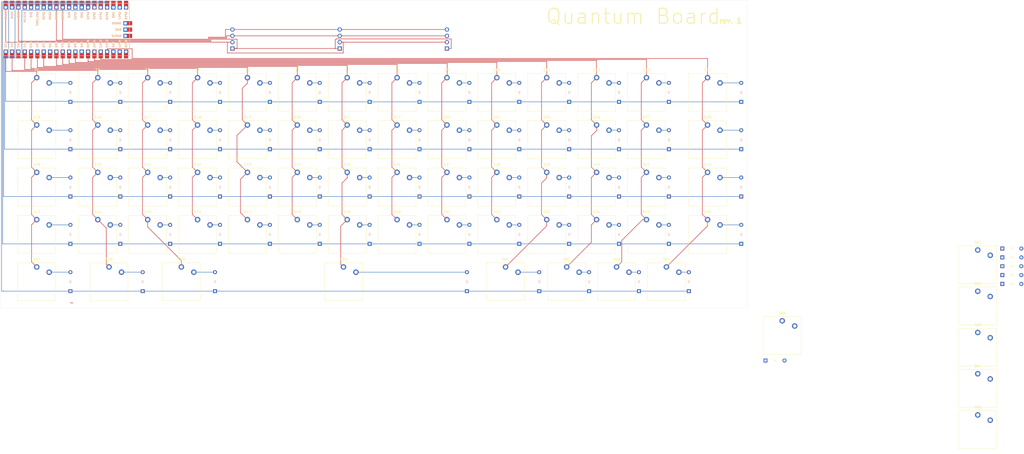
<source format=kicad_pcb>
(kicad_pcb (version 20240108) (generator "pcbnew") (generator_version "8.0")
  (layers (0 "F.Cu" signal) (31 "B.Cu" signal) (34 "B.Paste" user) (35 "F.Paste" user) (36 "B.SilkS" user "B.Silkscreen") (37 "F.SilkS" user "F.Silkscreen") (38 "B.Mask" user) (39 "F.Mask" user) (44 "Edge.Cuts" user))
  (net 0 "")
  (net 1 "Net-(D1-A)")
  (net 2 "R0")
  (net 3 "Net-(D2-A)")
  (net 4 "Net-(D3-A)")
  (net 5 "Net-(D4-A)")
  (net 6 "Net-(D5-A)")
  (net 7 "Net-(D6-A)")
  (net 8 "Net-(D7-A)")
  (net 9 "Net-(D8-A)")
  (net 10 "Net-(D9-A)")
  (net 11 "Net-(D10-A)")
  (net 12 "Net-(D11-A)")
  (net 13 "Net-(D12-A)")
  (net 14 "Net-(D13-A)")
  (net 15 "Net-(D14-A)")
  (net 16 "Net-(D15-A)")
  (net 17 "R1")
  (net 18 "Net-(D16-A)")
  (net 19 "Net-(D17-A)")
  (net 20 "Net-(D18-A)")
  (net 21 "Net-(D19-A)")
  (net 22 "Net-(D20-A)")
  (net 23 "Net-(D21-A)")
  (net 24 "Net-(D22-A)")
  (net 25 "Net-(D23-A)")
  (net 26 "Net-(D24-A)")
  (net 27 "Net-(D25-A)")
  (net 28 "Net-(D26-A)")
  (net 29 "Net-(D27-A)")
  (net 30 "Net-(D28-A)")
  (net 31 "R2")
  (net 32 "Net-(D29-A)")
  (net 33 "Net-(D30-A)")
  (net 34 "Net-(D31-A)")
  (net 35 "Net-(D32-A)")
  (net 36 "Net-(D33-A)")
  (net 37 "Net-(D34-A)")
  (net 38 "Net-(D35-A)")
  (net 39 "Net-(D36-A)")
  (net 40 "Net-(D37-A)")
  (net 41 "Net-(D38-A)")
  (net 42 "Net-(D39-A)")
  (net 43 "Net-(D40-A)")
  (net 44 "Net-(D41-A)")
  (net 45 "Net-(D42-A)")
  (net 46 "R3")
  (net 47 "Net-(D43-A)")
  (net 48 "Net-(D44-A)")
  (net 49 "Net-(D45-A)")
  (net 50 "Net-(D46-A)")
  (net 51 "Net-(D47-A)")
  (net 52 "Net-(D48-A)")
  (net 53 "Net-(D49-A)")
  (net 54 "Net-(D50-A)")
  (net 55 "Net-(D51-A)")
  (net 56 "Net-(D52-A)")
  (net 57 "Net-(D53-A)")
  (net 58 "Net-(D54-A)")
  (net 59 "Net-(D55-A)")
  (net 60 "Net-(D56-A)")
  (net 61 "Net-(D57-A)")
  (net 62 "R4")
  (net 63 "Net-(D58-A)")
  (net 64 "Net-(D59-A)")
  (net 65 "Net-(D63-A)")
  (net 66 "Net-(D67-A)")
  (net 67 "Net-(D68-A)")
  (net 68 "Net-(D69-A)")
  (net 69 "Net-(D70-A)")
  (net 70 "SCL")
  (net 71 "SDA")
  (net 72 "GND")
  (net 73 "+5V")
  (net 74 "C0")
  (net 75 "C1")
  (net 76 "C2")
  (net 77 "C3")
  (net 78 "C4")
  (net 79 "C5")
  (net 80 "C6")
  (net 81 "C7")
  (net 82 "C8")
  (net 83 "C9")
  (net 84 "C10")
  (net 85 "C11")
  (net 86 "C12")
  (net 87 "C14")
  (net 108 "Net-(D60-A)")
  (net 109 "Net-(D61-A)")
  (net 110 "Net-(D62-A)")
  (net 111 "Net-(D64-A)")
  (net 112 "Net-(D65-A)")
  (footprint "ScottoKeebs_Choc:Choc_V1_1.00u" (layer "F.Cu") (at 269.3 99.35)
    (property "Reference" "S11")
    (property "Value" "Keyswitch")
  )
  (footprint "ScottoKeebs_Choc:Choc_V1_1.50u" (layer "F.Cu") (at 64.8 99.35)
    (property "Reference" "S1")
    (property "Value" "Keyswitch")
  )
  (footprint "ScottoKeebs_Choc:Choc_V1_1.00u" (layer "F.Cu") (at 149.3 118.35)
    (property "Reference" "S19")
    (property "Value" "Keyswitch")
  )
  (footprint "ScottoKeebs_Choc:Choc_V1_1.50u" (layer "F.Cu") (at 442.15 185.1)
    (property "Reference" "S62")
    (property "Value" "Keyswitch")
  )
  (footprint "ScottoKeebs_Choc:Choc_V1_1.00u" (layer "F.Cu") (at 149.3 137.35)
    (property "Reference" "S33")
    (property "Value" "Keyswitch")
  )
  (footprint "ScottoKeebs_Components:Diode_DO-35" (layer "F.Cu") (at 452 165.6)
    (property "Reference" "D61" (hide yes))
    (property "Value" "Diode" (hide yes))
  )
  (footprint "ScottoKeebs_Choc:Choc_V1_1.00u" (layer "F.Cu") (at 89.3 137.35)
    (property "Reference" "S30")
    (property "Value" "Keyswitch")
  )
  (footprint "ScottoKeebs_Choc:Choc_V1_1.00u" (layer "F.Cu") (at 269.3 118.35)
    (property "Reference" "S25")
    (property "Value" "Keyswitch")
  )
  (footprint "ScottoKeebs_Components:OLED_128x32" (layer "F.Cu") (at 227.7 71.95)
    (property "Reference" "J3" (hide yes))
    (property "Value" "OLED_128x32")
  )
  (footprint "ScottoKeebs_Choc:Choc_V1_1.00u" (layer "F.Cu") (at 189.3 99.35)
    (property "Reference" "S7")
    (property "Value" "Keyswitch")
  )
  (footprint "ScottoKeebs_Choc:Choc_V1_1.00u" (layer "F.Cu") (at 109.3 137.35)
    (property "Reference" "S31")
    (property "Value" "Keyswitch")
  )
  (footprint "ScottoKeebs_Choc:Choc_V1_1.00u" (layer "F.Cu") (at 149.3 156.35)
    (property "Reference" "S47")
    (property "Value" "Keyswitch")
  )
  (footprint "ScottoKeebs_Choc:Choc_V1_1.00u" (layer "F.Cu") (at 209.3 137.35)
    (property "Reference" "S36")
    (property "Value" "Keyswitch")
  )
  (footprint "ScottoKeebs_Choc:Choc_V1_1.00u" (layer "F.Cu") (at 289.3 137.35)
    (property "Reference" "S40")
    (property "Value" "Keyswitch")
  )
  (footprint "ScottoKeebs_Choc:Choc_V1_1.00u" (layer "F.Cu") (at 129.3 156.35)
    (property "Reference" "S46")
    (property "Value" "Keyswitch")
  )
  (footprint "ScottoKeebs_Components:OLED_128x32" (layer "F.Cu") (at 184.7 71.95)
    (property "Reference" "J1" (hide yes))
    (property "Value" "OLED_128x32")
  )
  (footprint "ScottoKeebs_Choc:Choc_V1_1.50u" (layer "F.Cu") (at 64.8 137.35)
    (property "Reference" "S29")
    (property "Value" "Keyswitch")
  )
  (footprint "ScottoKeebs_Choc:Choc_V1_1.00u" (layer "F.Cu") (at 442.15 201.65)
    (property "Reference" "S63")
    (property "Value" "Keyswitch")
  )
  (footprint "ScottoKeebs_Choc:Choc_V1_1.50u" (layer "F.Cu") (at 64.8 175.35)
    (property "Reference" "S57")
    (property "Value" "Keyswitch")
  )
  (footprint "ScottoKeebs_Choc:Choc_V1_1.00u" (layer "F.Cu") (at 109.3 156.35)
    (property "Reference" "S45")
    (property "Value" "Keyswitch")
  )
  (footprint "ScottoKeebs_MCU:Raspberry_Pi_Pico" (layer "F.Cu") (at 76.505 74.15 90)
    (property "Reference" "U1" (hide yes))
    (property "Value" "Raspberry_Pi_Pico" (hide yes))
  )
  (footprint "ScottoKeebs_Components:Diode_DO-35" (layer "F.Cu") (at 357.03 207)
    (property "Reference" "D60" (hide yes))
    (property "Value" "Diode" (hide yes))
  )
  (footprint "ScottoKeebs_Choc:Choc_V1_1.00u" (layer "F.Cu") (at 229.3 156.35)
    (property "Reference" "S51")
    (property "Value" "Keyswitch")
  )
  (footprint "ScottoKeebs_Choc:Choc_V1_1.00u" (layer "F.Cu") (at 249.3 99.35)
    (property "Reference" "S10")
    (property "Value" "Keyswitch")
  )
  (footprint "ScottoKeebs_Choc:Choc_V1_1.00u" (layer "F.Cu") (at 442.15 218.2)
    (property "Reference" "S64")
    (property "Value" "Keyswitch")
  )
  (footprint "ScottoKeebs_Choc:Choc_V1_1.00u" (layer "F.Cu") (at 229.3 137.35)
    (property "Reference" "S37")
    (property "Value" "Keyswitch")
  )
  (footprint "ScottoKeebs_Choc:Choc_V1_1.00u" (layer "F.Cu") (at 129.3 137.35)
    (property "Reference" "S32")
    (property "Value" "Keyswitch")
  )
  (footprint "ScottoKeebs_Choc:Choc_V1_1.00u" (layer "F.Cu") (at 249.3 156.35)
    (property "Reference" "S52")
    (property "Value" "Keyswitch")
  )
  (footprint "ScottoKeebs_Choc:Choc_V1_1.50u" (layer "F.Cu") (at 93.8 175.35)
    (property "Reference" "S58")
    (property "Value" "Keyswitch")
  )
  (footprint "ScottoKeebs_Choc:Choc_V1_1.00u" (layer "F.Cu") (at 209.3 99.35)
    (property "Reference" "S8")
    (property "Value" "Keyswitch")
  )
  (footprint "ScottoKeebs_Choc:Choc_V1_1.00u" (layer "F.Cu") (at 309.3 156.35)
    (property "Reference" "S55")
    (property "Value" "Keyswitch")
  )
  (footprint "ScottoKeebs_Choc:Choc_V1_1.00u" (layer "F.Cu") (at 109.3 99.35)
    (property "Reference" "S3")
    (property "Value" "Keyswitch")
  )
  (footprint "ScottoKeebs_Components:Diode_DO-35" (layer "F.Cu") (at 452 169.15)
    (property "Reference" "D62" (hide yes))
    (property "Value" "Diode" (hide yes))
  )
  (footprint "ScottoKeebs_Choc:Choc_V1_1.00u" (layer "F.Cu") (at 442.15 168.55)
    (property "Reference" "S61")
    (property "Value" "Keyswitch")
  )
  (footprint "ScottoKeebs_Choc:Choc_V1_5.50u" (layer "F.Cu") (at 187.8 175.35)
    (property "Reference" "S60")
    (property "Value" "Keyswitch")
  )
  (footprint "ScottoKeebs_Components:OLED_128x32" (layer "F.Cu") (at 141.7 71.95)
    (property "Reference" "J2" (hide yes))
    (property "Value" "OLED_128x32")
  )
  (footprint "ScottoKeebs_Choc:Choc_V1_1.00u" (layer "F.Cu") (at 317.3 175.35)
    (property "Reference" "S64")
    (property "Value" "Keyswitch")
  )
  (footprint "ScottoKeebs_Choc:Choc_V1_1.00u" (layer "F.Cu") (at 209.3 118.35)
    (property "Reference" "S22")
    (property "Value" "Keyswitch")
  )
  (footprint "ScottoKeebs_Choc:Choc_V1_1.00u" (layer "F.Cu") (at 129.3 118.35)
    (property "Reference" "S18")
    (property "Value" "Keyswitch")
  )
  (footprint "ScottoKeebs_Choc:Choc_V1_1.00u" (layer "F.Cu") (at 89.3 118.35)
    (property "Reference" "S16")
    (property "Value" "Keyswitch")
  )
  (footprint "ScottoKeebs_Choc:Choc_V1_1.00u" (layer "F.Cu") (at 169.3 118.35)
    (property "Reference" "S20")
    (property "Value" "Keyswitch")
  )
  (footprint "ScottoKeebs_Choc:Choc_V1_1.00u" (layer "F.Cu") (at 289.3 156.35)
    (property "Reference" "S54")
    (property "Value" "Keyswitch")
  )
  (footprint "ScottoKeebs_Choc:Choc_V1_1.50u" (layer "F.Cu") (at 333.8 118.35)
    (property "Reference" "S28")
    (property "Value" "Keyswitch")
  )
  (footprint "ScottoKeebs_Choc:Choc_V1_1.00u" (layer "F.Cu") (at 269.3 137.35)
    (property "Reference" "S39")
    (property "Value" "Keyswitch")
  )
  (footprint "ScottoKeebs_Choc:Choc_V1_1.00u" (layer "F.Cu") (at 297.3 175.35)
    (property "Reference" "S63")
    (property "Value" "Keyswitch")
  )
  (footprint "ScottoKeebs_Components:Diode_DO-35" (layer "F.Cu") (at 452 172.7)
    (property "Reference" "D64" (hide yes))
    (property "Value" "Diode" (hide yes))
  )
  (footprint "ScottoKeebs_Choc:Choc_V1_1.00u" (layer "F.Cu") (at 277.3 175.35)
    (property "Reference" "S62")
    (property "Value" "Keyswitch")
  )
  (footprint "ScottoKeebs_Choc:Choc_V1_1.00u" (layer "F.Cu") (at 309.3 137.35)
    (property "Reference" "S41")
    (property "Value" "Keyswitch")
  )
  (footprint "ScottoKeebs_Choc:Choc_V1_1.00u" (layer "F.Cu") (at 89.3 156.35)
    (property "Reference" "S44")
    (property "Value" "Keyswitch")
  )
  (footprint "ScottoKeebs_Choc:Choc_V1_1.00u" (layer "F.Cu") (at 209.3 156.35)
    (property "Reference" "S50")
    (property "Value" "Keyswitch")
  )
  (footprint "ScottoKeebs_Choc:Choc_V1_1.50u" (layer "F.Cu") (at 333.8 99.35)
    (property "Reference" "S14")
    (property "Value" "Keyswitch")
  )
  (footprint "ScottoKeebs_Choc:Choc_V1_1.00u" (layer "F.Cu") (at 169.3 99.35)
    (property "Reference" "S6")
    (property "Value" "Keyswitch")
  )
  (footprint "ScottoKeebs_Choc:Choc_V1_1.00u" (layer "F.Cu") (at 249.3 118.35)
    (property "Reference" "S24")
    (property "Value" "Keyswitch")
  )
  (footprint "ScottoKeebs_Choc:Choc_V1_1.00u" (layer "F.Cu") (at 169.3 156.35)
    (property "Reference" "S48")
    (property "Value" "Keyswitch")
  )
  (footprint "ScottoKeebs_Choc:Choc_V1_1.00u" (layer "F.Cu") (at 189.3 137.35)
    (property "Reference" "S35")
    (property "Value" "Keyswitch")
  )
  (footprint "ScottoKeebs_Choc:Choc_V1_1.00u" (layer "F.Cu") (at 149.3 99.35)
    (property "Reference" "S5")
    (property "Value" "Keyswitch")
  )
  (footprint "ScottoKeebs_Choc:Choc_V1_1.00u" (layer "F.Cu") (at 289.3 99.35)
    (property "Reference" "S12")
    (property "Value" "Keyswitch")
  )
  (footprint "ScottoKeebs_Choc:Choc_V1_1.00u" (layer "F.Cu") (at 229.3 118.35)
    (property "Reference" "S23")
    (property "Value" "Keyswitch")
  )
  (footprint "ScottoKeebs_Choc:Choc_V1_1.00u" (layer "F.Cu") (at 442.15 234.75)
    (property "Reference" "S65")
    (property "Value" "Keyswitch")
  )
  (footprint "ScottoKeebs_Choc:Choc_V1_1.50u" (layer "F.Cu") (at 64.8 156.35)
    (property "Reference" "S43")
    (property "Value" "Keyswitch")
  )
  (footprint "ScottoKeebs_Choc:Choc_V1_1.50u" (layer "F.Cu") (at 333.8 137.35)
    (property "Reference" "S42")
    (property "Value" "Keyswitch")
  )
  (footprint "ScottoKeebs_Choc:Choc_V1_1.00u" (layer "F.Cu") (at 309.3 118.35)
    (property "Reference" "S27")
    (property "Value" "Keyswitch")
  )
  (footprint "ScottoKeebs_Choc:Choc_V1_1.50u" (layer "F.Cu") (at 252.8 175.35)
    (property "Reference" "S61")
    (property "Value" "Keyswitch")
  )
  (footprint "ScottoKeebs_Choc:Choc_V1_1.50u" (layer "F.Cu") (at 333.8 156.35)
    (property "Reference" "S56")
    (property "Value" "Keyswitch")
  )
  (footprint "ScottoKeebs_Choc:Choc_V1_1.50u" (layer "F.Cu") (at 363.73 196.95)
    (property "Reference" "S65")
    (property "Value" "Keyswitch")
  )
  (footprint "ScottoKeebs_Components:Diode_DO-35" (layer "F.Cu") (at 452 162.05)
    (property "Reference" "D60" (hide yes))
    (property "Value" "Diode" (hide yes))
  )
  (footprint "ScottoKeebs_Choc:Choc_V1_1.00u" (layer "F.Cu") (at 169.3 137.35)
    (property "Reference" "S34")
    (property "Value" "Keyswitch")
  )
  (footprint "ScottoKeebs_Choc:Choc_V1_1.00u" (layer "F.Cu") (at 309.3 99.35)
    (property "Reference" "S13")
    (property "Value" "Keyswitch")
  )
  (footprint "ScottoKeebs_Choc:Choc_V1_1.00u" (layer "F.Cu") (at 89.3 99.35)
    (property "Reference" "S2")
    (property "Value" "Keyswitch")
  )
  (footprint "ScottoKeebs_Choc:Choc_V1_1.00u" (layer "F.Cu") (at 189.3 118.35)
    (property "Reference" "S21")
    (property "Value" "Keyswitch")
  )
  (footprint "ScottoKeebs_Choc:Choc_V1_1.00u" (layer "F.Cu") (at 289.3 118.35)
    (property "Reference" "S26")
    (property "Value" "Keyswitch")
  )
  (footprint "ScottoKeebs_Choc:Choc_V1_1.00u" (layer "F.Cu") (at 229.3 99.35)
    (property "Reference" "S9")
    (property "Value" "Keyswitch")
  )
  (footprint "ScottoKeebs_Choc:Choc_V1_1.00u" (layer "F.Cu") (at 269.3 156.35)
    (property "Reference" "S53")
    (property "Value" "Keyswitch")
  )
  (footprint "ScottoKeebs_Components:Diode_DO-35" (layer "F.Cu") (at 452 176.25)
    (property "Reference" "D65" (hide yes))
    (property "Value" "Diode" (hide yes))
  )
  (footprint "ScottoKeebs_Choc:Choc_V1_1.00u" (layer "F.Cu") (at 249.3 137.35)
    (property "Reference" "S38")
    (property "Value" "Keyswitch")
  )
  (footprint "ScottoKeebs_Choc:Choc_V1_1.50u" (layer "F.Cu") (at 122.8 175.35)
    (property "Reference" "S59")
    (property "Value" "Keyswitch")
  )
  (footprint "ScottoKeebs_Choc:Choc_V1_1.00u" (layer "F.Cu") (at 109.3 118.35)
    (property "Reference" "S17")
    (property "Value" "Keyswitch")
  )
  (footprint "ScottoKeebs_Choc:Choc_V1_1.00u" (layer "F.Cu") (at 189.3 156.35)
    (property "Reference" "S49")
    (property "Value" "Keyswitch")
  )
  (footprint "ScottoKeebs_Choc:Choc_V1_1.50u" (layer "F.Cu") (at 64.8 118.35)
    (property "Reference" "S15")
    (property "Value" "Keyswitch")
  )
  (footprint "ScottoKeebs_Choc:Choc_V1_1.00u" (layer "F.Cu") (at 129.3 99.35)
    (property "Reference" "S4")
    (property "Value" "Keyswitch")
  )
  (footprint "ScottoKeebs_Components:Diode_DO-35" (layer "B.Cu") (at 278.3 122.16 90)
    (property "Reference" "D25" (hide yes))
    (property "Value" "Diode" (hide yes))
  )
  (footprint "ScottoKeebs_Components:Diode_DO-35" (layer "B.Cu") (at 278.3 160.16 90)
    (property "Reference" "D53" (hide yes))
    (property "Value" "Diode" (hide yes))
  )
  (footprint "ScottoKeebs_Components:Diode_DO-35" (layer "B.Cu") (at 258.3 122.16 90)
    (property "Reference" "D24" (hide yes))
    (property "Value" "Diode" (hide yes))
  )
  (footprint "ScottoKeebs_Components:Diode_DO-35" (layer "B.Cu") (at 198.3 160.16 90)
    (property "Reference" "D49" (hide yes))
    (property "Value" "Diode" (hide yes))
  )
  (footprint "ScottoKeebs_Components:Diode_DO-35" (layer "B.Cu") (at 178.3 122.16 90)
    (property "Reference" "D20" (hide yes))
    (property "Value" "Diode" (hide yes))
  )
  (footprint "ScottoKeebs_Components:Diode_DO-35" (layer "B.Cu") (at 98.3 103.16 90)
    (property "Reference" "D2" (hide yes))
    (property "Value" "Diode" (hide yes))
  )
  (footprint "ScottoKeebs_Components:Diode_DO-35" (layer "B.Cu") (at 306.3 179.16 90)
    (property "Reference" "D69" (hide yes))
    (property "Value" "Diode" (hide yes))
  )
  (footprint "ScottoKeebs_Components:Diode_DO-35" (layer "B.Cu") (at 286.3 179.16 90)
    (property "Reference" "D68" (hide yes))
    (property "Value" "Diode" (hide yes))
  )
  (footprint "ScottoKeebs_Components:Diode_DO-35" (layer "B.Cu") (at 258.3 160.16 90)
    (property "Reference" "D52" (hide yes))
    (property "Value" "Diode" (hide yes))
  )
  (footprint "ScottoKeebs_Components:Diode_DO-35" (layer "B.Cu") (at 118.3 160.16 90)
    (property "Reference" "D45" (hide yes))
    (property "Value" "Diode" (hide yes))
  )
  (footprint "ScottoKeebs_Components:Diode_DO-35" (layer "B.Cu") (at 298.3 103.16 90)
    (property "Reference" "D12" (hide yes))
    (property "Value" "Diode" (hide yes))
  )
  (footprint "ScottoKeebs_Components:Diode_DO-35" (layer "B.Cu") (at 198.3 141.16 90)
    (property "Reference" "D35" (hide yes))
    (property "Value" "Diode" (hide yes))
  )
  (footprint "ScottoKeebs_Components:Diode_DO-35" (layer "B.Cu") (at 158.3 103.16 90)
    (property "Reference" "D5" (hide yes))
    (property "Value" "Diode" (hide yes))
  )
  (footprint "ScottoKeebs_Components:Diode_DO-35" (layer "B.Cu") (at 118.3 141.16 90)
    (property "Reference" "D31" (hide yes))
    (property "Value" "Diode" (hide yes))
  )
  (footprint "ScottoKeebs_Components:Diode_DO-35" (layer "B.Cu") (at 98.3 160.16 90)
    (property "Reference" "D44" (hide yes))
    (property "Value" "Diode" (hide yes))
  )
  (footprint "ScottoKeebs_Components:Diode_DO-35" (layer "B.Cu") (at 78.3 122.16 90)
    (property "Reference" "D15" (hide yes))
    (property "Value" "Diode" (hide yes))
  )
  (footprint "ScottoKeebs_Components:Diode_DO-35" (layer "B.Cu") (at 298.3 122.16 90)
    (property "Reference" "D26" (hide yes))
    (property "Value" "Diode" (hide yes))
  )
  (footprint "ScottoKeebs_Components:Diode_DO-35" (layer "B.Cu") (at 118.3 122.16 90)
    (property "Reference" "D17" (hide yes))
    (property "Value" "Diode" (hide yes))
  )
  (footprint "ScottoKeebs_Components:Diode_DO-35" (layer "B.Cu") (at 78.3 141.16 90)
    (property "Reference" "D29" (hide yes))
    (property "Value" "Diode" (hide yes))
  )
  (footprint "ScottoKeebs_Components:Diode_DO-35" (layer "B.Cu") (at 107.3 179.16 90)
    (property "Reference" "D58" (hide yes))
    (property "Value" "Diode" (hide yes))
  )
  (footprint "ScottoKeebs_Components:Diode_DO-35" (layer "B.Cu") (at 178.3 103.16 90)
    (property "Reference" "D6" (hide yes))
    (property "Value" "Diode" (hide yes))
  )
  (footprint "ScottoKeebs_Components:Diode_DO-35" (layer "B.Cu") (at 266.3 179.16 90)
    (property "Reference" "D67" (hide yes))
    (property "Value" "Diode" (hide yes))
  )
  (footprint "ScottoKeebs_Components:Diode_DO-35" (layer "B.Cu") (at 238.3 122.16 90)
    (property "Reference" "D23" (hide yes))
    (property "Value" "Diode" (hide yes))
  )
  (footprint "ScottoKeebs_Components:Diode_DO-35" (layer "B.Cu") (at 318.3 103.16 90)
    (property "Reference" "D13" (hide yes))
    (property "Value" "Diode" (hide yes))
  )
  (footprint "ScottoKeebs_Components:Diode_DO-35" (layer "B.Cu") (at 78.3 160.16 90)
    (property "Reference" "D43" (hide yes))
    (property "Value" "Diode" (hide yes))
  )
  (footprint "ScottoKeebs_Components:Diode_DO-35" (layer "B.Cu") (at 78.3 103.16 90)
    (property "Reference" "D1" (hide yes))
    (property "Value" "Diode" (hide yes))
  )
  (footprint "ScottoKeebs_Components:Diode_DO-35" (layer "B.Cu") (at 347.3 141.16 90)
    (property "Reference" "D42" (hide yes))
    (property "Value" "Diode" (hide yes))
  )
  (footprint "ScottoKeebs_Components:Diode_DO-35" (layer "B.Cu") (at 178.3 160.16 90)
    (property "Reference" "D48" (hide yes))
    (property "Value" "Diode" (hide yes))
  )
  (footprint "ScottoKeebs_Components:Diode_DO-35" (layer "B.Cu") (at 318.3 160.16 90)
    (property "Reference" "D55" (hide yes))
    (property "Value" "Diode" (hide yes))
  )
  (footprint "ScottoKeebs_Components:Diode_DO-35" (layer "B.Cu") (at 237.3 179.16 90)
    (property "Reference" "D63" (hide yes))
    (property "Value" "Diode" (hide yes))
  )
  (footprint "ScottoKeebs_Components:Diode_DO-35" (layer "B.Cu") (at 198.3 122.16 90)
    (property "Reference" "D21" (hide yes))
    (property "Value" "Diode" (hide yes))
  )
  (footprint "ScottoKeebs_Components:Diode_DO-35" (layer "B.Cu") (at 278.3 103.16 90)
    (property "Reference" "D11" (hide yes))
    (property "Value" "Diode" (hide yes))
  )
  (footprint "ScottoKeebs_Components:Diode_DO-35" (layer "B.Cu") (at 138.3 141.16 90)
    (property "Reference" "D32" (hide yes))
    (property "Value" "Diode" (hide yes))
  )
  (footprint "ScottoKeebs_Components:Diode_DO-35" (layer "B.Cu") (at 98.3 141.16 90)
    (property "Reference" "D30" (hide yes))
    (property "Value" "Diode" (hide yes))
  )
  (footprint "ScottoKeebs_Components:Diode_DO-35" (layer "B.Cu") (at 238.3 103.16 90)
    (property "Reference" "D9" (hide yes))
    (property "Value" "Diode" (hide yes))
  )
  (footprint "ScottoKeebs_Components:Diode_DO-35" (layer "B.Cu") (at 198.3 103.16 90)
    (property "Reference" "D7" (hide yes))
    (property "Value" "Diode" (hide yes))
  )
  (footprint "ScottoKeebs_Components:Diode_DO-35" (layer "B.Cu") (at 326.3 179.16 90)
    (property "Reference" "D70" (hide yes))
    (property "Value" "Diode" (hide yes))
  )
  (footprint "ScottoKeebs_Components:Diode_DO-35" (layer "B.Cu") (at 298.3 141.16 90)
    (property "Reference" "D40" (hide yes))
    (property "Value" "Diode" (hide yes))
  )
  (footprint "ScottoKeebs_Components:Diode_DO-35" (layer "B.Cu") (at 347.3 103.16 90)
    (property "Reference" "D14" (hide yes))
    (property "Value" "Diode" (hide yes))
  )
  (footprint "ScottoKeebs_Components:Diode_DO-35" (layer "B.Cu") (at 138.3 122.16 90)
    (property "Reference" "D18" (hide yes))
    (property "Value" "Diode" (hide yes))
  )
  (footprint "ScottoKeebs_Components:Diode_DO-35" (layer "B.Cu") (at 136.3 179.16 90)
    (property "Reference" "D59" (hide yes))
    (property "Value" "Diode" (hide yes))
  )
  (footprint "ScottoKeebs_Components:Diode_DO-35" (layer "B.Cu") (at 98.3 122.16 90)
    (property "Reference" "D16" (hide yes))
    (property "Value" "Diode" (hide yes))
  )
  (footprint "ScottoKeebs_Components:Diode_DO-35" (layer "B.Cu") (at 238.3 141.16 90)
    (property "Reference" "D37" (hide yes))
    (property "Value" "Diode" (hide yes))
  )
  (footprint "ScottoKeebs_Components:Diode_DO-35" (layer "B.Cu") (at 178.3 141.16 90)
    (property "Reference" "D34" (hide yes))
    (property "Value" "Diode" (hide yes))
  )
  (footprint "ScottoKeebs_Components:Diode_DO-35" (layer "B.Cu") (at 138.3 160.16 90)
    (property "Reference" "D46" (hide yes))
    (property "Value" "Diode" (hide yes))
  )
  (footprint "ScottoKeebs_Components:Diode_DO-35" (layer "B.Cu") (at 218.3 160.16 90)
    (property "Reference" "D50" (hide yes))
    (property "Value" "Diode" (hide yes))
  )
  (footprint "ScottoKeebs_Components:Diode_DO-35" (layer "B.Cu") (at 158.3 122.16 90)
    (property "Reference" "D19" (hide yes))
    (property "Value" "Diode" (hide yes))
  )
  (footprint "ScottoKeebs_Components:Diode_DO-35" (layer "B.Cu") (at 318.3 122.16 90)
    (property "Reference" "D27" (hide yes))
    (property "Value" "Diode" (hide yes))
  )
  (footprint "ScottoKeebs_Components:Diode_DO-35" (layer "B.Cu") (at 347.3 160.16 90)
    (property "Reference" "D56" (hide yes))
    (property "Value" "Diode" (hide yes))
  )
  (footprint "ScottoKeebs_Components:Diode_DO-35" (layer "B.Cu") (at 218.3 122.16 90)
    (property "Reference" "D22" (hide yes))
    (property "Value" "Diode" (hide yes))
  )
  (footprint "ScottoKeebs_Components:Diode_DO-35" (layer "B.Cu") (at 158.3 160.16 90)
    (property "Reference" "D47" (hide yes))
    (property "Value" "Diode" (hide yes))
  )
  (footprint "ScottoKeebs_Components:Diode_DO-35" (layer "B.Cu") (at 278.3 141.16 90)
    (property "Reference" "D39" (hide yes))
    (property "Value" "Diode" (hide yes))
  )
  (footprint "ScottoKeebs_Components:Diode_DO-35" (layer "B.Cu") (at 258.3 141.16 90)
    (property "Reference" "D38" (hide yes))
    (property "Value" "Diode" (hide yes))
  )
  (footprint "ScottoKeebs_Components:Diode_DO-35" (layer "B.Cu") (at 347.3 122.16 90)
    (property "Reference" "D28" (hide yes))
    (property "Value" "Diode" (hide yes))
  )
  (footprint "ScottoKeebs_Components:Diode_DO-35" (layer "B.Cu") (at 218.3 103.16 90)
    (property "Reference" "D8" (hide yes))
    (property "Value" "Diode" (hide yes))
  )
  (footprint "ScottoKeebs_Components:Diode_DO-35" (layer "B.Cu") (at 138.3 103.16 90)
    (property "Reference" "D4" (hide yes))
    (property "Value" "Diode" (hide yes))
  )
  (footprint "ScottoKeebs_Components:Diode_DO-35" (layer "B.Cu") (at 238.3 160.16 90)
    (property "Reference" "D51" (hide yes))
    (property "Value" "Diode" (hide yes))
  )
  (footprint "ScottoKeebs_Components:Diode_DO-35" (layer "B.Cu") (at 158.3 141.16 90)
    (property "Reference" "D33" (hide yes))
    (property "Value" "Diode" (hide yes))
  )
  (footprint "ScottoKeebs_Components:Diode_DO-35" (layer "B.Cu") (at 318.3 141.16 90)
    (property "Reference" "D41" (hide yes))
    (property "Value" "Diode" (hide yes))
  )
  (footprint "ScottoKeebs_Components:Diode_DO-35" (layer "B.Cu") (at 218.3 141.16 90)
    (property "Reference" "D36" (hide yes))
    (property "Value" "Diode" (hide yes))
  )
  (footprint "ScottoKeebs_Components:Diode_DO-35" (layer "B.Cu") (at 118.3 103.16 90)
    (property "Reference" "D3" (hide yes))
    (property "Value" "Diode" (hide yes))
  )
  (footprint "ScottoKeebs_Components:Diode_DO-35" (layer "B.Cu") (at 298.3 160.16 90)
    (property "Reference" "D54" (hide yes))
    (property "Value" "Diode" (hide yes))
  )
  (footprint "ScottoKeebs_Components:Diode_DO-35" (layer "B.Cu") (at 78.3 179.16 90)
    (property "Reference" "D57" (hide yes))
    (property "Value" "Diode" (hide yes))
  )
  (footprint "ScottoKeebs_Components:Diode_DO-35" (layer "B.Cu") (at 258.3 103.16 90)
    (property "Reference" "D10" (hide yes))
    (property "Value" "Diode" (hide yes))
  )
  (gr_line (start 78.3 183.85) (end 79.3 183.85) (stroke (width 0.2)) (layer "F.Cu"))
  (gr_rect (start 50.1 62.3) (end 349.7 185.8) (stroke (width 0.05)) (fill none) (layer "Edge.Cuts"))
  (gr_text "Quantum Board " (at 268.75 72.35 0) (layer "F.SilkS") (effects (font (size 6 6) (thickness 0.4)) (justify left bottom)))
  (gr_text "rev. 1" (at 338.2 71.8 0) (layer "F.SilkS") (effects (font (size 2 2) (thickness 0.5) (bold yes)) (justify left bottom)))
  (segment (start 78.3 95.54) (end 69.81 95.54) (width 0.2) (layer "B.Cu") (net 1))
  (segment (start 69.81 95.54) (end 69.8 95.55) (width 0.2) (layer "B.Cu") (net 1))
  (segment (start 52.3 102.95) (end 78.09 102.95) (width 0.2) (layer "B.Cu") (net 2))
  (segment (start 85.395 66.345) (end 85.4 66.35) (width 0.2) (layer "B.Cu") (net 2))
  (segment (start 58.8 85.5) (end 52.3 85.5) (width 0.2) (layer "B.Cu") (net 2))
  (segment (start 58.845 83.95) (end 58.85 83.955) (width 0.2) (layer "B.Cu") (net 2))
  (segment (start 58.845 66.415) (end 58.845 83.95) (width 0.2) (layer "B.Cu") (net 2))
  (segment (start 52.3 85.5) (end 52.3 102.95) (width 0.2) (layer "B.Cu") (net 2))
  (segment (start 58.85 66.41) (end 58.845 66.415) (width 0.2) (layer "B.Cu") (net 2))
  (segment (start 58.85 83.955) (end 58.85 85.45) (width 0.2) (layer "B.Cu") (net 2))
  (segment (start 85.4 66.35) (end 85.34 66.41) (width 0.2) (layer "B.Cu") (net 2))
  (segment (start 347.3 103.16) (end 78.3 103.16) (width 0.2) (layer "B.Cu") (net 2))
  (segment (start 58.85 85.45) (end 58.8 85.5) (width 0.2) (layer "B.Cu") (net 2))
  (segment (start 85.395 65.26) (end 85.395 66.345) (width 0.2) (layer "B.Cu") (net 2))
  (segment (start 85.34 66.41) (end 58.85 66.41) (width 0.2) (layer "B.Cu") (net 2))
  (segment (start 78.09 102.95) (end 78.3 103.16) (width 0.2) (layer "B.Cu") (net 2))
  (segment (start 98.3 95.54) (end 94.31 95.54) (width 0.2) (layer "B.Cu") (net 3))
  (segment (start 94.31 95.54) (end 94.3 95.55) (width 0.2) (layer "B.Cu") (net 3))
  (segment (start 118.29 95.55) (end 118.3 95.54) (width 0.2) (layer "B.Cu") (net 4))
  (segment (start 114.3 95.55) (end 118.29 95.55) (width 0.2) (layer "B.Cu") (net 4))
  (segment (start 138.29 95.55) (end 138.3 95.54) (width 0.2) (layer "B.Cu") (net 5))
  (segment (start 134.3 95.55) (end 138.29 95.55) (width 0.2) (layer "B.Cu") (net 5))
  (segment (start 158.29 95.55) (end 158.3 95.54) (width 0.2) (layer "B.Cu") (net 6))
  (segment (start 154.3 95.55) (end 158.29 95.55) (width 0.2) (layer "B.Cu") (net 6))
  (segment (start 174.3 95.55) (end 178.29 95.55) (width 0.2) (layer "B.Cu") (net 7))
  (segment (start 178.29 95.55) (end 178.3 95.54) (width 0.2) (layer "B.Cu") (net 7))
  (segment (start 198.29 95.55) (end 198.3 95.54) (width 0.2) (layer "B.Cu") (net 8))
  (segment (start 194.3 95.55) (end 198.29 95.55) (width 0.2) (layer "B.Cu") (net 8))
  (segment (start 218.29 95.55) (end 218.3 95.54) (width 0.2) (layer "B.Cu") (net 9))
  (segment (start 214.3 95.55) (end 218.29 95.55) (width 0.2) (layer "B.Cu") (net 9))
  (segment (start 238.29 95.55) (end 238.3 95.54) (width 0.2) (layer "B.Cu") (net 10))
  (segment (start 234.3 95.55) (end 238.29 95.55) (width 0.2) (layer "B.Cu") (net 10))
  (segment (start 258.29 95.55) (end 258.3 95.54) (width 0.2) (layer "B.Cu") (net 11))
  (segment (start 254.3 95.55) (end 258.29 95.55) (width 0.2) (layer "B.Cu") (net 11))
  (segment (start 274.3 95.55) (end 278.29 95.55) (width 0.2) (layer "B.Cu") (net 12))
  (segment (start 278.29 95.55) (end 278.3 95.54) (width 0.2) (layer "B.Cu") (net 12))
  (segment (start 294.3 95.55) (end 298.29 95.55) (width 0.2) (layer "B.Cu") (net 13))
  (segment (start 298.29 95.55) (end 298.3 95.54) (width 0.2) (layer "B.Cu") (net 13))
  (segment (start 318.29 95.55) (end 318.3 95.54) (width 0.2) (layer "B.Cu") (net 14))
  (segment (start 314.3 95.55) (end 318.29 95.55) (width 0.2) (layer "B.Cu") (net 14))
  (segment (start 347.29 95.55) (end 347.3 95.54) (width 0.2) (layer "B.Cu") (net 15))
  (segment (start 338.8 95.55) (end 347.29 95.55) (width 0.2) (layer "B.Cu") (net 15))
  (segment (start 69.8 114.55) (end 78.29 114.55) (width 0.2) (layer "B.Cu") (net 16))
  (segment (start 78.29 114.55) (end 78.3 114.54) (width 0.2) (layer "B.Cu") (net 16))
  (segment (start 78.3 122.16) (end 51.91 122.16) (width 0.2) (layer "B.Cu") (net 17))
  (segment (start 87.95 64.1) (end 87.95 65.245) (width 0.2) (layer "B.Cu") (net 17))
  (segment (start 51.91 122.16) (end 51.9 122.15) (width 0.2) (layer "B.Cu") (net 17))
  (segment (start 87.95 65.245) (end 87.935 65.26) (width 0.2) (layer "B.Cu") (net 17))
  (segment (start 56.1 85.1) (end 56.1 64.1) (width 0.2) (layer "B.Cu") (net 17))
  (segment (start 78.3 122.16) (end 347.3 122.16) (width 0.2) (layer "B.Cu") (net 17))
  (segment (start 56.1 64.1) (end 87.95 64.1) (width 0.2) (layer "B.Cu") (net 17))
  (segment (start 51.9 85.1) (end 56.1 85.1) (width 0.2) (layer "B.Cu") (net 17))
  (segment (start 51.9 122.15) (end 51.9 85.1) (width 0.2) (layer "B.Cu") (net 17))
  (segment (start 98.29 114.55) (end 98.3 114.54) (width 0.2) (layer "B.Cu") (net 18))
  (segment (start 94.3 114.55) (end 98.29 114.55) (width 0.2) (layer "B.Cu") (net 18))
  (segment (start 118.29 114.55) (end 118.3 114.54) (width 0.2) (layer "B.Cu") (net 19))
  (segment (start 114.3 114.55) (end 118.29 114.55) (width 0.2) (layer "B.Cu") (net 19))
  (segment (start 134.3 114.55) (end 138.29 114.55) (width 0.2) (layer "B.Cu") (net 20))
  (segment (start 138.29 114.55) (end 138.3 114.54) (width 0.2) (layer "B.Cu") (net 20))
  (segment (start 158.29 114.55) (end 158.3 114.54) (width 0.2) (layer "B.Cu") (net 21))
  (segment (start 154.3 114.55) (end 158.29 114.55) (width 0.2) (layer "B.Cu") (net 21))
  (segment (start 178.96 114.54) (end 178.3 114.54) (width 0.2) (layer "B.Cu") (net 22))
  (segment (start 178.95 114.55) (end 178.96 114.54) (width 0.2) (layer "B.Cu") (net 22))
  (segment (start 174.3 114.55) (end 178.95 114.55) (width 0.2) (layer "B.Cu") (net 22))
  (segment (start 198.29 114.55) (end 198.3 114.54) (width 0.2) (layer "B.Cu") (net 23))
  (segment (start 194.3 114.55) (end 198.29 114.55) (width 0.2) (layer "B.Cu") (net 23))
  (segment (start 218.29 114.55) (end 218.3 114.54) (width 0.2) (layer "B.Cu") (net 24))
  (segment (start 214.3 114.55) (end 218.29 114.55) (width 0.2) (layer "B.Cu") (net 24))
  (segment (start 238.29 114.55) (end 238.3 114.54) (width 0.2) (layer "B.Cu") (net 25))
  (segment (start 234.3 114.55) (end 238.29 114.55) (width 0.2) (layer "B.Cu") (net 25))
  (segment (start 254.3 114.55) (end 258.29 114.55) (width 0.2) (layer "B.Cu") (net 26))
  (segment (start 258.29 114.55) (end 258.3 114.54) (width 0.2) (layer "B.Cu") (net 26))
  (segment (start 278.29 114.55) (end 278.3 114.54) (width 0.2) (layer "B.Cu") (net 27))
  (segment (start 274.3 114.55) (end 278.29 114.55) (width 0.2) (layer "B.Cu") (net 27))
  (segment (start 298.29 114.55) (end 298.3 114.54) (width 0.2) (layer "B.Cu") (net 28))
  (segment (start 294.3 114.55) (end 298.29 114.55) (width 0.2) (layer "B.Cu") (net 28))
  (segment (start 318.29 114.55) (end 318.3 114.54) (width 0.2) (layer "B.Cu") (net 29))
  (segment (start 314.3 114.55) (end 318.29 114.55) (width 0.2) (layer "B.Cu") (net 29))
  (segment (start 338.8 114.55) (end 347.29 114.55) (width 0.2) (layer "B.Cu") (net 30))
  (segment (start 347.29 114.55) (end 347.3 114.54) (width 0.2) (layer "B.Cu") (net 30))
  (segment (start 347.3 141.16) (end 78.3 141.16) (width 0.2) (layer "B.Cu") (net 31))
  (segment (start 53.55 84.7) (end 53.55 63.7) (width 0.2) (layer "B.Cu") (net 31))
  (segment (start 51.5 141.15) (end 51.5 84.7) (width 0.2) (layer "B.Cu") (net 31))
  (segment (start 90.45 65.235) (end 90.475 65.26) (width 0.2) (layer "B.Cu") (net 31))
  (segment (start 51.51 141.16) (end 51.5 141.15) (width 0.2) (layer "B.Cu") (net 31))
  (segment (start 53.55 63.7) (end 90.45 63.7) (width 0.2) (layer "B.Cu") (net 31))
  (segment (start 78.3 141.16) (end 51.51 141.16) (width 0.2) (layer "B.Cu") (net 31))
  (segment (start 90.45 63.7) (end 90.45 65.235) (width 0.2) (layer "B.Cu") (net 31))
  (segment (start 51.5 84.7) (end 53.55 84.7) (width 0.2) (layer "B.Cu") (net 31))
  (segment (start 69.8 133.55) (end 78.29 133.55) (width 0.2) (layer "B.Cu") (net 32))
  (segment (start 78.29 133.55) (end 78.3 133.54) (width 0.2) (layer "B.Cu") (net 32))
  (segment (start 98.29 133.55) (end 98.3 133.54) (width 0.2) (layer "B.Cu") (net 33))
  (segment (start 94.3 133.55) (end 98.29 133.55) (width 0.2) (layer "B.Cu") (net 33))
  (segment (start 114.3 133.55) (end 118.29 133.55) (width 0.2) (layer "B.Cu") (net 34))
  (segment (start 118.29 133.55) (end 118.3 133.54) (width 0.2) (layer "B.Cu") (net 34))
  (segment (start 138.29 133.55) (end 138.3 133.54) (width 0.2) (layer "B.Cu") (net 35))
  (segment (start 134.3 133.55) (end 138.29 133.55) (width 0.2) (layer "B.Cu") (net 35))
  (segment (start 158.29 133.55) (end 158.3 133.54) (width 0.2) (layer "B.Cu") (net 36))
  (segment (start 154.3 133.55) (end 158.29 133.55) (width 0.2) (layer "B.Cu") (net 36))
  (segment (start 174.3 133.55) (end 178.29 133.55) (width 0.2) (layer "B.Cu") (net 37))
  (segment (start 178.29 133.55) (end 178.3 133.54) (width 0.2) (layer "B.Cu") (net 37))
  (segment (start 198.29 133.55) (end 198.3 133.54) (width 0.2) (layer "B.Cu") (net 38))
  (segment (start 194.3 133.55) (end 198.29 133.55) (width 0.2) (layer "B.Cu") (net 38))
  (segment (start 214.3 133.55) (end 218.29 133.55) (width 0.2) (layer "B.Cu") (net 39))
  (segment (start 218.29 133.55) (end 218.3 133.54) (width 0.2) (layer "B.Cu") (net 39))
  (segment (start 238.29 133.55) (end 238.3 133.54) (width 0.2) (layer "B.Cu") (net 40))
  (segment (start 234.3 133.55) (end 238.29 133.55) (width 0.2) (layer "B.Cu") (net 40))
  (segment (start 258.29 133.55) (end 258.3 133.54) (width 0.2) (layer "B.Cu") (net 41))
  (segment (start 254.3 133.55) (end 258.29 133.55) (width 0.2) (layer "B.Cu") (net 41))
  (segment (start 278.29 133.55) (end 278.3 133.54) (width 0.2) (layer "B.Cu") (net 42))
  (segment (start 274.3 133.55) (end 278.29 133.55) (width 0.2) (layer "B.Cu") (net 42))
  (segment (start 298.29 133.55) (end 298.3 133.54) (width 0.2) (layer "B.Cu") (net 43))
  (segment (start 294.3 133.55) (end 298.29 133.55) (width 0.2) (layer "B.Cu") (net 43))
  (segment (start 314.3 133.55) (end 318.29 133.55) (width 0.2) (layer "B.Cu") (net 44))
  (segment (start 318.29 133.55) (end 318.3 133.54) (width 0.2) (layer "B.Cu") (net 44))
  (segment (start 338.8 133.55) (end 347.29 133.55) (width 0.2) (layer "B.Cu") (net 45))
  (segment (start 347.29 133.55) (end 347.3 133.54) (width 0.2) (layer "B.Cu") (net 45))
  (segment (start 51.1 63.6) (end 51.4 63.3) (width 0.2) (layer "B.Cu") (net 46))
  (segment (start 78.3 160.16) (end 347.3 160.16) (width 0.2) (layer "B.Cu") (net 46))
  (segment (start 93.05 65.225) (end 93.015 65.26) (width 0.2) (layer "B.Cu") (net 46))
  (segment (start 93.05 63.3) (end 93.05 65.225) (width 0.2) (layer "B.Cu") (net 46))
  (segment (start 51.1 160.15) (end 51.1 63.6) (width 0.2) (layer "B.Cu") (net 46))
  (segment (start 51.4 63.3) (end 93.05 63.3) (width 0.2) (layer "B.Cu") (net 46))
  (segment (start 78.3 160.16) (end 51.11 160.16) (width 0.2) (layer "B.Cu") (net 46))
  (segment (start 51.11 160.16) (end 51.1 160.15) (width 0.2) (layer "B.Cu") (net 46))
  (segment (start 69.81 152.54) (end 69.8 152.55) (width 0.2) (layer "B.Cu") (net 47))
  (segment (start 78.3 152.54) (end 69.81 152.54) (width 0.2) (layer "B.Cu") (net 47))
  (segment (start 93.65 152.55) (end 94.3 152.55) (width 0.2) (layer "B.Cu") (net 48))
  (segment (start 93.64 152.54) (end 93.65 152.55) (width 0.2) (layer "B.Cu") (net 48))
  (segment (start 98.3 152.54) (end 93.64 152.54) (width 0.2) (layer "B.Cu") (net 48))
  (segment (start 114.31 152.54) (end 114.3 152.55) (width 0.2) (layer "B.Cu") (net 49))
  (segment (start 118.3 152.54) (end 114.31 152.54) (width 0.2) (layer "B.Cu") (net 49))
  (segment (start 138.3 152.54) (end 135.54 152.54) (width 0.2) (layer "B.Cu") (net 50))
  (segment (start 135.54 152.54) (end 135.5 152.5) (width 0.2) (layer "B.Cu") (net 50))
  (segment (start 135.45 152.55) (end 134.3 152.55) (width 0.2) (layer "B.Cu") (net 50))
  (segment (start 135.5 152.5) (end 135.45 152.55) (width 0.2) (layer "B.Cu") (net 50))
  (segment (start 158.3 152.54) (end 154.31 152.54) (width 0.2) (layer "B.Cu") (net 51))
  (segment (start 154.31 152.54) (end 154.3 152.55) (width 0.2) (layer "B.Cu") (net 51))
  (segment (start 178.3 152.54) (end 174.31 152.54) (width 0.2) (layer "B.Cu") (net 52))
  (segment (start 174.31 152.54) (end 174.3 152.55) (width 0.2) (layer "B.Cu") (net 52))
  (segment (start 194.31 152.54) (end 194.3 152.55) (width 0.2) (layer "B.Cu") (net 53))
  (segment (start 198.3 152.54) (end 194.31 152.54) (width 0.2) (layer "B.Cu") (net 53))
  (segment (start 218.3 152.54) (end 214.31 152.54) (width 0.2) (layer "B.Cu") (net 54))
  (segment (start 214.31 152.54) (end 214.3 152.55) (width 0.2) (layer "B.Cu") (net 54))
  (segment (start 238.3 152.54) (end 234.31 152.54) (width 0.2) (layer "B.Cu") (net 55))
  (segment (start 234.31 152.54) (end 234.3 152.55) (width 0.2) (layer "B.Cu") (net 55))
  (segment (start 258.3 152.54) (end 254.31 152.54) (width 0.2) (layer "B.Cu") (net 56))
  (segment (start 254.31 152.54) (end 254.3 152.55) (width 0.2) (layer "B.Cu") (net 56))
  (segment (start 278.3 152.54) (end 274.31 152.54) (width 0.2) (layer "B.Cu") (net 57))
  (segment (start 274.31 152.54) (end 274.3 152.55) (width 0.2) (layer "B.Cu") (net 57))
  (segment (start 294.31 152.54) (end 294.3 152.55) (width 0.2) (layer "B.Cu") (net 58))
  (segment (start 298.3 152.54) (end 294.31 152.54) (width 0.2) (layer "B.Cu") (net 58))
  (segment (start 314.31 152.54) (end 314.3 152.55) (width 0.2) (layer "B.Cu") (net 59))
  (segment (start 318.3 152.54) (end 314.31 152.54) (width 0.2) (layer "B.Cu") (net 59))
  (segment (start 347.3 152.54) (end 338.81 152.54) (width 0.2) (layer "B.Cu") (net 60))
  (segment (start 338.81 152.54) (end 338.8 152.55) (width 0.2) (layer "B.Cu") (net 60))
  (segment (start 78.3 171.54) (end 69.81 171.54) (width 0.2) (layer "B.Cu") (net 61))
  (segment (start 69.81 171.54) (end 69.8 171.55) (width 0.2) (layer "B.Cu") (net 61))
  (segment (start 50.9 62.9) (end 50.9 63.05) (width 0.2) (layer "B.Cu") (net 62))
  (segment (start 98.1 62.9) (end 50.9 62.9) (width 0.2) (layer "B.Cu") (net 62))
  (segment (start 50.7 179.15) (end 51.35 179.15) (width 0.2) (layer "B.Cu") (net 62))
  (segment (start 51.35 179.15) (end 51.36 179.16) (width 0.2) (layer "B.Cu") (net 62))
  (segment (start 98.095 62.905) (end 98.1 62.9) (width 0.2) (layer "B.Cu") (net 62))
  (segment (start 50.9 63.05) (end 50.7 63.25) (width 0.2) (layer "B.Cu") (net 62))
  (segment (start 98.095 65.26) (end 98.095 62.905) (width 0.2) (layer "B.Cu") (net 62))
  (segment (start 326.3 179.16) (end 78.3 179.16) (width 0.2) (layer "B.Cu") (net 62))
  (segment (start 50.7 63.25) (end 50.7 179.15) (width 0.2) (layer "B.Cu") (net 62))
  (segment (start 51.36 179.16) (end 78.3 179.16) (width 0.2) (layer "B.Cu") (net 62))
  (segment (start 107.3 171.54) (end 98.81 171.54) (width 0.2) (layer "B.Cu") (net 63))
  (segment (start 98.81 171.54) (end 98.8 171.55) (width 0.2) (layer "B.Cu") (net 63))
  (segment (start 136.29 171.55) (end 136.3 171.54) (width 0.2) (layer "B.Cu") (net 64))
  (segment (start 127.8 171.55) (end 136.29 171.55) (width 0.2) (layer "B.Cu") (net 64))
  (segment (start 237.29 171.55) (end 237.3 171.54) (width 0.2) (layer "B.Cu") (net 65))
  (segment (start 192.8 171.55) (end 237.29 171.55) (width 0.2) (layer "B.Cu") (net 65))
  (segment (start 266.29 171.55) (end 266.3 171.54) (width 0.2) (layer "B.Cu") (net 66))
  (segment (start 257.8 171.55) (end 266.29 171.55) (width 0.2) (layer "B.Cu") (net 66))
  (segment (start 282.3 171.55) (end 286.29 171.55) (width 0.2) (layer "B.Cu") (net 67))
  (segment (start 286.29 171.55) (end 286.3 171.54) (width 0.2) (layer "B.Cu") (net 67))
  (segment (start 306.29 171.55) (end 306.3 171.54) (width 0.2) (layer "B.Cu") (net 68))
  (segment (start 302.3 171.55) (end 306.29 171.55) (width 0.2) (layer "B.Cu") (net 68))
  (segment (start 322.3 171.55) (end 326.29 171.55) (width 0.2) (layer "B.Cu") (net 69))
  (segment (start 326.29 171.55) (end 326.3 171.54) (width 0.2) (layer "B.Cu") (net 69))
  (segment (start 134.1 77.6) (end 140.9 77.6) (width 0.2) (layer "F.Cu") (net 70))
  (segment (start 140.9 76.65) (end 143.28 76.65) (width 0.2) (layer "F.Cu") (net 70))
  (segment (start 143.3 76.67) (end 186.3 76.67) (width 0.2) (layer "F.Cu") (net 70))
  (segment (start 140.9 77.6) (end 140.9 76.65) (width 0.2) (layer "F.Cu") (net 70))
  (segment (start 229.3 76.67) (end 186.3 76.67) (width 0.2) (layer "F.Cu") (net 70))
  (segment (start 72.695 78.405) (end 72.7 78.41) (width 0.2) (layer "F.Cu") (net 70))
  (segment (start 72.695 65.26) (end 72.695 78.405) (width 0.2) (layer "F.Cu") (net 70))
  (segment (start 134.1 78.41) (end 134.1 77.6) (width 0.2) (layer "F.Cu") (net 70))
  (segment (start 72.7 78.41) (end 134.1 78.41) (width 0.2) (layer "F.Cu") (net 70))
  (segment (start 143.28 76.65) (end 143.3 76.67) (width 0.2) (layer "F.Cu") (net 70))
  (segment (start 133.7 77.2) (end 140.5 77.2) (width 0.2) (layer "F.Cu") (net 71))
  (segment (start 75.19 65.305) (end 75.19 77.95) (width 0.2) (layer "F.Cu") (net 71))
  (segment (start 75.235 65.26) (end 75.19 65.305) (width 0.2) (layer "F.Cu") (net 71))
  (segment (start 77.6 78) (end 77.61 78.01) (width 0.2) (layer "F.Cu") (net 71))
  (segment (start 140.5 77.2) (end 140.5 74.1) (width 0.2) (layer "F.Cu") (net 71))
  (segment (start 140.5 74.1) (end 143.27 74.1) (width 0.2) (layer "F.Cu") (net 71))
  (segment (start 186.3 74.13) (end 229.3 74.13) (width 0.2) (layer "F.Cu") (net 71))
  (segment (start 75.2 78.01) (end 77.59 78.01) (width 0.2) (layer "F.Cu") (net 71))
  (segment (start 75.2 77.96) (end 75.2 78.01) (width 0.2) (layer "F.Cu") (net 71))
  (segment (start 77.61 78.01) (end 133.7 78.01) (width 0.2) (layer "F.Cu") (net 71))
  (segment (start 77.59 78.01) (end 77.6 78) (width 0.2) (layer "F.Cu") (net 71))
  (segment (start 143.3 74.13) (end 186.3 74.13) (width 0.2) (layer "F.Cu") (net 71))
  (segment (start 75.19 77.95) (end 75.2 77.96) (width 0.2) (layer "F.Cu") (net 71))
  (segment (start 133.7 78.01) (end 133.7 77.2) (width 0.2) (layer "F.Cu") (net 71))
  (segment (start 143.27 74.1) (end 143.3 74.13) (width 0.2) (layer "F.Cu") (net 71))
  (segment (start 184.65 78.2) (end 184.95 77.9) (width 0.2) (layer "F.Cu") (net 72))
  (segment (start 82.9 78.81) (end 57.45 78.81) (width 0.2) (layer "F.Cu") (net 72))
  (segment (start 134.54 78.75) (end 134.5 78.79) (width 0.2) (layer "F.Cu") (net 72))
  (segment (start 143.3 81.75) (end 145.15 81.75) (width 0.2) (layer "F.Cu") (net 72))
  (segment (start 134.55 78) (end 134.54 78.01) (width 0.2) (layer "F.Cu") (net 72))
  (segment (start 184.95 77.9) (end 231 77.9) (width 0.2) (layer "F.Cu") (net 72))
  (segment (start 143.3 81.75) (end 184.5 81.75) (width 0.2) (layer "F.Cu") (net 72))
  (segment (start 134.5 78.79) (end 134.5 78.81) (width 0.2) (layer "F.Cu") (net 72))
  (segment (start 134.5 78.81) (end 82.9 78.81) (width 0.2) (layer "F.Cu") (net 72))
  (segment (start 134.54 78.01) (end 134.54 78.75) (width 0.2) (layer "F.Cu") (net 72))
  (segment (start 184.5 81.75) (end 184.5 78.2) (width 0.2) (layer "F.Cu") (net 72))
  (segment (start 229.3 81.75) (end 231 81.75) (width 0.2) (layer "F.Cu") (net 72))
  (segment (start 184.5 78.2) (end 184.65 78.2) (width 0.2) (layer "F.Cu") (net 72))
  (segment (start 145.15 78) (end 134.55 78) (width 0.2) (layer "F.Cu") (net 72))
  (segment (start 145.15 81.75) (end 145.15 78) (width 0.2) (layer "F.Cu") (net 72))
  (segment (start 231 77.9) (end 231 81.75) (width 0.2) (layer "F.Cu") (net 72))
  (segment (start 184.5 81.75) (end 186.3 81.75) (width 0.2) (layer "F.Cu") (net 72))
  (segment (start 57.455 65.26) (end 57.455 78.805) (width 0.2) (layer "F.Cu") (net 72))
  (segment (start 52.36 79.21) (end 52.35 79.2) (width 0.2) (layer "F.Cu") (net 73))
  (segment (start 52.35 79.2) (end 52.35 65.285) (width 0.2) (layer "F.Cu") (net 73))
  (segment (start 187.69 79.21) (end 187.7 79.2) (width 0.2) (layer "F.Cu") (net 73))
  (segment (start 187.7 79.2) (end 187.7 83.55) (width 0.2) (layer "F.Cu") (net 73))
  (segment (start 187.7 79.2) (end 187.71 79.21) (width 0.2) (layer "F.Cu") (net 73))
  (segment (start 187.7 83.55) (end 141.25 83.55) (width 0.2) (layer "F.Cu") (net 73))
  (segment (start 141.25 83.55) (end 141.25 79.21) (width 0.2) (layer "F.Cu") (net 73))
  (segment (start 52.35 65.285) (end 52.375 65.26) (width 0.2) (layer "F.Cu") (net 73))
  (segment (start 186.3 79.21) (end 187.69 79.21) (width 0.2) (layer "F.Cu") (net 73))
  (segment (start 143.3 79.21) (end 141.25 79.21) (width 0.2) (layer "F.Cu") (net 73))
  (segment (start 141.25 79.21) (end 52.36 79.21) (width 0.2) (layer "F.Cu") (net 73))
  (segment (start 187.71 79.21) (end 229.3 79.21) (width 0.2) (layer "F.Cu") (net 73))
  (segment (start 52.375 85.825) (end 52.375 83.04) (width 0.2) (layer "F.Cu") (net 74))
  (segment (start 62.725 167.375) (end 64.8 169.45) (width 0.2) (layer "F.Cu") (net 74))
  (segment (start 62.725 95.525) (end 62.725 110.375) (width 0.2) (layer "F.Cu") (net 74))
  (segment (start 62.725 129.375) (end 64.8 131.45) (width 0.2) (layer "F.Cu") (net 74))
  (segment (start 62.725 133.525) (end 62.725 148.375) (width 0.2) (layer "F.Cu") (net 74))
  (segment (start 52.4 90.95) (end 52.4 85.85) (width 0.2) (layer "F.Cu") (net 74))
  (segment (start 62.725 110.375) (end 64.8 112.45) (width 0.2) (layer "F.Cu") (net 74))
  (segment (start 62.725 114.525) (end 62.725 129.375) (width 0.2) (layer "F.Cu") (net 74))
  (segment (start 62.725 148.375) (end 64.8 150.45) (width 0.2) (layer "F.Cu") (net 74))
  (segment (start 64.8 112.45) (end 62.725 114.525) (width 0.2) (layer "F.Cu") (net 74))
  (segment (start 64.8 90.95) (end 52.4 90.95) (width 0.2) (layer "F.Cu") (net 74))
  (segment (start 62.725 152.525) (end 62.725 167.375) (width 0.2) (layer "F.Cu") (net 74))
  (segment (start 64.8 150.45) (end 62.725 152.525) (width 0.2) (layer "F.Cu") (net 74))
  (segment (start 52.4 85.85) (end 52.375 85.825) (width 0.2) (layer "F.Cu") (net 74))
  (segment (start 64.8 131.45) (end 62.725 133.525) (width 0.2) (layer "F.Cu") (net 74))
  (segment (start 64.8 93.45) (end 64.8 90.95) (width 0.2) (layer "F.Cu") (net 74))
  (segment (start 64.8 93.45) (end 62.725 95.525) (width 0.2) (layer "F.Cu") (net 74))
  (segment (start 87.225 133.525) (end 89.3 131.45) (width 0.2) (layer "F.Cu") (net 75))
  (segment (start 89.3 150.45) (end 87.225 148.375) (width 0.2) (layer "F.Cu") (net 75))
  (segment (start 89.3 90.55) (end 89.3 93.45) (width 0.2) (layer "F.Cu") (net 75))
  (segment (start 93.8 169.45) (end 92.700001 168.350001) (width 0.2) (layer "F.Cu") (net 75))
  (segment (start 54.915 83.04) (end 54.915 90.515) (width 0.2) (layer "F.Cu") (net 75))
  (segment (start 87.225 95.525) (end 89.3 93.45) (width 0.2) (layer "F.Cu") (net 75))
  (segment (start 92.700001 153.850001) (end 89.3 150.45) (width 0.2) (layer "F.Cu") (net 75))
  (segment (start 87.225 114.525) (end 89.3 112.45) (width 0.2) (layer "F.Cu") (net 75))
  (segment (start 92.700001 168.350001) (end 92.700001 153.850001) (width 0.2) (layer "F.Cu") (net 75))
  (segment (start 87.225 148.375) (end 87.225 133.525) (width 0.2) (layer "F.Cu") (net 75))
  (segment (start 89.3 112.45) (end 87.225 110.375) (width 0.2) (layer "F.Cu") (net 75))
  (segment (start 87.225 110.375) (end 87.225 95.525) (width 0.2) (layer "F.Cu") (net 75))
  (segment (start 54.95 90.55) (end 89.3 90.55) (width 0.2) (layer "F.Cu") (net 75))
  (segment (start 87.225 129.375) (end 87.225 114.525) (width 0.2) (layer "F.Cu") (net 75))
  (segment (start 89.3 131.45) (end 87.225 129.375) (width 0.2) (layer "F.Cu") (net 75))
  (segment (start 54.915 90.515) (end 54.95 90.55) (width 0.2) (layer "F.Cu") (net 75))
  (segment (start 109.3 112.45) (end 107.225 114.525) (width 0.2) (layer "F.Cu") (net 76))
  (segment (start 59.995 83.04) (end 59.995 90.145) (width 0.2) (layer "F.Cu") (net 76))
  (segment (start 107.225 95.525) (end 107.225 110.375) (width 0.2) (layer "F.Cu") (net 76))
  (segment (start 109.3 153.4) (end 122.8 166.9) (width 0.2) (layer "F.Cu") (net 76))
  (segment (start 109.3 93.45) (end 107.225 95.525) (width 0.2) (layer "F.Cu") (net 76))
  (segment (start 109.3 90.15) (end 109.3 93.45) (width 0.2) (layer "F.Cu") (net 76))
  (segment (start 107.225 129.375) (end 109.3 131.45) (width 0.2) (layer "F.Cu") (net 76))
  (segment (start 59.995 90.145) (end 60 90.15) (width 0.2) (layer "F.Cu") (net 76))
  (segment (start 107.225 133.525) (end 107.225 148.375) (width 0.2) (layer "F.Cu") (net 76))
  (segment (start 109.3 131.45) (end 107.225 133.525) (width 0.2) (layer "F.Cu") (net 76))
  (segment (start 122.8 166.9) (end 122.8 169.45) (width 0.2) (layer "F.Cu") (net 76))
  (segment (start 60 90.15) (end 109.3 90.15) (width 0.2) (layer "F.Cu") (net 76))
  (segment (start 107.225 114.525) (end 107.225 129.375) (width 0.2) (layer "F.Cu") (net 76))
  (segment (start 109.3 150.45) (end 109.3 153.4) (width 0.2) (layer "F.Cu") (net 76))
  (segment (start 107.225 110.375) (end 109.3 112.45) (width 0.2) (layer "F.Cu") (net 76))
  (segment (start 107.225 148.375) (end 109.3 150.45) (width 0.2) (layer "F.Cu") (net 76))
  (segment (start 127.225 95.525) (end 129.3 93.45) (width 0.2) (layer "F.Cu") (net 77))
  (segment (start 127.225 129.375) (end 127.225 114.525) (width 0.2) (layer "F.Cu") (net 77))
  (segment (start 127.225 114.525) (end 129.3 112.45) (width 0.2) (layer "F.Cu") (net 77))
  (segment (start 127.225 148.375) (end 127.225 133.525) (width 0.2) (layer "F.Cu") (net 77))
  (segment (start 62.535 83.04) (end 62.535 89.75) (width 0.2) (layer "F.Cu") (net 77))
  (segment (start 129.3 131.45) (end 127.225 129.375) (width 0.2) (layer "F.Cu") (net 77))
  (segment (start 129.3 150.45) (end 127.225 148.375) (width 0.2) (layer "F.Cu") (net 77))
  (segment (start 129.3 89.75) (end 129.3 93.45) (width 0.2) (layer "F.Cu") (net 77))
  (segment (start 127.225 110.375) (end 127.225 95.525) (width 0.2) (layer "F.Cu") (net 77))
  (segment (start 129.3 112.45) (end 127.225 110.375) (width 0.2) (layer "F.Cu") (net 77))
  (segment (start 127.225 133.525) (end 129.3 131.45) (width 0.2) (layer "F.Cu") (net 77))
  (segment (start 62.535 89.75) (end 129.3 89.75) (width 0.2) (layer "F.Cu") (net 77))
  (segment (start 149.3 112.45) (end 145.1 116.65) (width 0.2) (layer "F.Cu") (net 78))
  (segment (start 147.225 97.763478) (end 147.225 110.375) (width 0.2) (layer "F.Cu") (net 78))
  (segment (start 146.5 134.25) (end 146.5 147.65) (width 0.2) (layer "F.Cu") (net 78))
  (segment (start 145.1 116.65) (end 145.1 127.25) (width 0.2) (layer "F.Cu") (net 78))
  (segment (start 149.3 131.45) (end 146.5 134.25) (width 0.2) (layer "F.Cu") (net 78))
  (segment (start 65.1 89.35) (end 149.3 89.35) (width 0.2) (layer "F.Cu") (net 78))
  (segment (start 149.3 95.688478) (end 147.225 97.763478) (width 0.2) (layer "F.Cu") (net 78))
  (segment (start 147.225 110.375) (end 149.3 112.45) (width 0.2) (layer "F.Cu") (net 78))
  (segment (start 65.075 89.325) (end 65.1 89.35) (width 0.2) (layer "F.Cu") (net 78))
  (segment (start 149.3 89.35) (end 149.3 93.45) (width 0.2) (layer "F.Cu") (net 78))
  (segment (start 65.075 83.04) (end 65.075 89.325) (width 0.2) (layer "F.Cu") (net 78))
  (segment (start 149.3 93.45) (end 149.3 95.688478) (width 0.2) (layer "F.Cu") (net 78))
  (segment (start 145.1 127.25) (end 149.3 131.45) (width 0.2) (layer "F.Cu") (net 78))
  (segment (start 146.5 147.65) (end 149.3 150.45) (width 0.2) (layer "F.Cu") (net 78))
  (segment (start 167.225 133.525) (end 169.3 131.45) (width 0.2) (layer "F.Cu") (net 79))
  (segment (start 67.65 88.95) (end 169.3 88.95) (width 0.2) (layer "F.Cu") (net 79))
  (segment (start 169.3 88.95) (end 169.3 93.45) (width 0.2) (layer "F.Cu") (net 79))
  (segment (start 169.3 131.45) (end 167.225 129.375) (width 0.2) (layer "F.Cu") (net 79))
  (segment (start 169.3 150.45) (end 167.225 148.375) (width 0.2) (layer "F.Cu") (net 79))
  (segment (start 167.225 110.375) (end 167.225 95.525) (width 0.2) (layer "F.Cu") (net 79))
  (segment (start 167.225 129.375) (end 167.225 114.525) (width 0.2) (layer "F.Cu") (net 79))
  (segment (start 167.225 114.525) (end 169.3 112.45) (width 0.2) (layer "F.Cu") (net 79))
  (segment (start 169.3 112.45) (end 167.225 110.375) (width 0.2) (layer "F.Cu") (net 79))
  (segment (start 67.615 83.04) (end 67.615 88.915) (width 0.2) (layer "F.Cu") (net 79))
  (segment (start 167.225 95.525) (end 169.3 93.45) (width 0.2) (layer "F.Cu") (net 79))
  (segment (start 167.225 148.375) (end 167.225 133.525) (width 0.2) (layer "F.Cu") (net 79))
  (segment (start 67.615 88.915) (end 67.65 88.95) (width 0.2) (layer "F.Cu") (net 79))
  (segment (start 189.3 133.688478) (end 187.225 135.763478) (width 0.2) (layer "F.Cu") (net 80))
  (segment (start 187.225 110.375) (end 189.3 112.45) (width 0.2) (layer "F.Cu") (net 80))
  (segment (start 189.3 131.45) (end 189.3 133.688478) (width 0.2) (layer "F.Cu") (net 80))
  (segment (start 189.3 93.45) (end 187.225 95.525) (width 0.2) (layer "F.Cu") (net 80))
  (segment (start 72.7 88.55) (end 189.3 88.55) (width 0.2) (layer "F.Cu") (net 80))
  (segment (start 189.3 150.45) (end 186.700001 153.049999) (width 0.2) (layer "F.Cu") (net 80))
  (segment (start 189.3 112.45) (end 187.225 114.525) (width 0.2) (layer "F.Cu") (net 80))
  (segment (start 186.700001 168.350001) (end 187.8 169.45) (width 0.2) (layer "F.Cu") (net 80))
  (segment (start 72.695 88.545) (end 72.7 88.55) (width 0.2) (layer "F.Cu") (net 80))
  (segment (start 189.3 88.55) (end 189.3 93.45) (width 0.2) (layer "F.Cu") (net 80))
  (segment (start 187.225 129.375) (end 189.3 131.45) (width 0.2) (layer "F.Cu") (net 80))
  (segment (start 187.225 135.763478) (end 187.225 148.375) (width 0.2) (layer "F.Cu") (net 80))
  (segment (start 187.225 95.525) (end 187.225 110.375) (width 0.2) (layer "F.Cu") (net 80))
  (segment (start 186.700001 153.049999) (end 186.700001 168.350001) (width 0.2) (layer "F.Cu") (net 80))
  (segment (start 72.695 83.04) (end 72.695 88.545) (width 0.2) (layer "F.Cu") (net 80))
  (segment (start 187.225 114.525) (end 187.225 129.375) (width 0.2) (layer "F.Cu") (net 80))
  (segment (start 187.225 148.375) (end 189.3 150.45) (width 0.2) (layer "F.Cu") (net 80))
  (segment (start 207.225 114.525) (end 209.3 112.45) (width 0.2) (layer "F.Cu") (net 81))
  (segment (start 207.225 129.375) (end 207.225 114.525) (width 0.2) (layer "F.Cu") (net 81))
  (segment (start 209.3 88.15) (end 209.3 93.45) (width 0.2) (layer "F.Cu") (net 81))
  (segment (start 209.3 150.45) (end 207.225 148.375) (width 0.2) (layer "F.Cu") (net 81))
  (segment (start 207.225 133.525) (end 209.3 131.45) (width 0.2) (layer "F.Cu") (net 81))
  (segment (start 209.3 112.45) (end 207.225 110.375) (width 0.2) (layer "F.Cu") (net 81))
  (segment (start 75.235 88.135) (end 75.25 88.15) (width 0.2) (layer "F.Cu") (net 81))
  (segment (start 207.225 148.375) (end 207.225 133.525) (width 0.2) (layer "F.Cu") (net 81))
  (segment (start 75.25 88.15) (end 209.3 88.15) (width 0.2) (layer "F.Cu") (net 81))
  (segment (start 207.225 110.375) (end 207.225 95.525) (width 0.2) (layer "F.Cu") (net 81))
  (segment (start 209.3 131.45) (end 207.225 129.375) (width 0.2) (layer "F.Cu") (net 81))
  (segment (start 75.235 83.04) (end 75.235 88.135) (width 0.2) (layer "F.Cu") (net 81))
  (segment (start 207.225 95.525) (end 209.3 93.45) (width 0.2) (layer "F.Cu") (net 81))
  (segment (start 229.3 93.45) (end 227.225 95.525) (width 0.2) (layer "F.Cu") (net 82))
  (segment (start 227.225 110.375) (end 229.3 112.45) (width 0.2) (layer "F.Cu") (net 82))
  (segment (start 77.8 87.75) (end 229.4 87.75) (width 0.2) (layer "F.Cu") (net 82))
  (segment (start 229.4 87.75) (end 229.4 93.35) (width 0.2) (layer "F.Cu") (net 82))
  (segment (start 229.4 93.35) (end 229.3 93.45) (width 0.2) (layer "F.Cu") (net 82))
  (segment (start 77.775 83.04) (end 77.775 87.725) (width 0.2) (layer "F.Cu") (net 82))
  (segment (start 229.3 131.45) (end 227.225 133.525) (width 0.2) (layer "F.Cu") (net 82))
  (segment (start 227.225 148.375) (end 229.3 150.45) (width 0.2) (layer "F.Cu") (net 82))
  (segment (start 77.775 87.725) (end 77.8 87.75) (width 0.2) (layer "F.Cu") (net 82))
  (segment (start 227.225 114.525) (end 227.225 129.375) (width 0.2) (layer "F.Cu") (net 82))
  (segment (start 227.225 133.525) (end 227.225 148.375) (width 0.2) (layer "F.Cu") (net 82))
  (segment (start 227.225 95.525) (end 227.225 110.375) (width 0.2) (layer "F.Cu") (net 82))
  (segment (start 229.3 112.45) (end 227.225 114.525) (width 0.2) (layer "F.Cu") (net 82))
  (segment (start 227.225 129.375) (end 229.3 131.45) (width 0.2) (layer "F.Cu") (net 82))
  (segment (start 247.225 133.525) (end 247.225 148.375) (width 0.2) (layer "F.Cu") (net 83))
  (segment (start 80.35 87.35) (end 249.3 87.35) (width 0.2) (layer "F.Cu") (net 83))
  (segment (start 247.225 110.375) (end 249.3 112.45) (width 0.2) (layer "F.Cu") (net 83))
  (segment (start 80.315 83.04) (end 80.315 87.315) (width 0.2) (layer "F.Cu") (net 83))
  (segment (start 249.3 131.45) (end 247.225 133.525) (width 0.2) (layer "F.Cu") (net 83))
  (segment (start 247.225 114.525) (end 247.225 129.375) (width 0.2) (layer "F.Cu") (net 83))
  (segment (start 247.225 95.525) (end 247.225 110.375) (width 0.2) (layer "F.Cu") (net 83))
  (segment (start 249.3 112.45) (end 247.225 114.525) (width 0.2) (layer "F.Cu") (net 83))
  (segment (start 247.225 148.375) (end 249.3 150.45) (width 0.2) (layer "F.Cu") (net 83))
  (segment (start 80.315 87.315) (end 80.35 87.35) (width 0.2) (layer "F.Cu") (net 83))
  (segment (start 249.3 87.35) (end 249.3 93.45) (width 0.2) (layer "F.Cu") (net 83))
  (segment (start 247.225 129.375) (end 249.3 131.45) (width 0.2) (layer "F.Cu") (net 83))
  (segment (start 249.3 93.45) (end 247.225 95.525) (width 0.2) (layer "F.Cu") (net 83))
  (segment (start 267.225 114.525) (end 267.225 129.375) (width 0.2) (layer "F.Cu") (net 84))
  (segment (start 269.3 150.45) (end 269.3 152.95) (width 0.2) (layer "F.Cu") (net 84))
  (segment (start 269.3 112.45) (end 267.225 114.525) (width 0.2) (layer "F.Cu") (net 84))
  (segment (start 267.225 95.525) (end 267.225 110.375) (width 0.2) (layer "F.Cu") (net 84))
  (segment (start 267.225 110.375) (end 269.3 112.45) (width 0.2) (layer "F.Cu") (net 84))
  (segment (start 267.225 135.763478) (end 267.225 148.375) (width 0.2) (layer "F.Cu") (net 84))
  (segment (start 85.395 86.945) (end 85.4 86.95) (width 0.2) (layer "F.Cu") (net 84))
  (segment (start 269.3 133.688478) (end 267.225 135.763478) (width 0.2) (layer "F.Cu") (net 84))
  (segment (start 85.4 86.95) (end 269.3 86.95) (width 0.2) (layer "F.Cu") (net 84))
  (segment (start 267.225 129.375) (end 269.3 131.45) (width 0.2) (layer "F.Cu") (net 84))
  (segment (start 267.225 148.375) (end 269.3 150.45) (width 0.2) (layer "F.Cu") (net 84))
  (segment (start 269.3 86.95) (end 269.3 93.45) (width 0.2) (layer "F.Cu") (net 84))
  (segment (start 269.3 131.45) (end 269.3 133.688478) (width 0.2) (layer "F.Cu") (net 84))
  (segment (start 85.395 83.04) (end 85.395 86.945) (width 0.2) (layer "F.Cu") (net 84))
  (segment (start 269.3 93.45) (end 267.225 95.525) (width 0.2) (layer "F.Cu") (net 84))
  (segment (start 269.3 152.95) (end 252.8 169.45) (width 0.2) (layer "F.Cu") (net 84))
  (segment (start 289.25 86.6) (end 289.25 93.4) (width 0.2) (layer "F.Cu") (net 85))
  (segment (start 287.225 95.525) (end 287.225 110.375) (width 0.2) (layer "F.Cu") (net 85))
  (segment (start 287.225 148.375) (end 289.3 150.45) (width 0.2) (layer "F.Cu") (net 85))
  (segment (start 287.225 133.525) (end 287.225 148.375) (width 0.2) (layer "F.Cu") (net 85))
  (segment (start 287.225 110.375) (end 289.3 112.45) (width 0.2) (layer "F.Cu") (net 85))
  (segment (start 287.225 116.763478) (end 287.225 129.375) (width 0.2) (layer "F.Cu") (net 85))
  (segment (start 289.2 86.55) (end 289.25 86.6) (width 0.2) (layer "F.Cu") (net 85))
  (segment (start 289.25 93.4) (end 289.3 93.45) (width 0.2) (layer "F.Cu") (net 85))
  (segment (start 87.95 86.55) (end 289.2 86.55) (width 0.2) (layer "F.Cu") (net 85))
  (segment (start 289.3 131.45) (end 287.225 133.525) (width 0.2) (layer "F.Cu") (net 85))
  (segment (start 87.935 86.535) (end 87.95 86.55) (width 0.2) (layer "F.Cu") (net 85))
  (segment (start 289.3 150.45) (end 287.225 152.525) (width 0.2) (layer "F.Cu") (net 85))
  (segment (start 287.225 152.525) (end 287.225 159.525) (width 0.2) (layer "F.Cu") (net 85))
  (segment (start 287.225 129.375) (end 289.3 131.45) (width 0.2) (layer "F.Cu") (net 85))
  (segment (start 287.225 159.525) (end 277.3 169.45) (width 0.2) (layer "F.Cu") (net 85))
  (segment (start 289.3 114.688478) (end 287.225 116.763478) (width 0.2) (layer "F.Cu") (net 85))
  (segment (start 289.3 112.45) (end 289.3 114.688478) (width 0.2) (layer "F.Cu") (net 85))
  (segment (start 87.935 83.04) (end 87.935 86.535) (width 0.2) (layer "F.Cu") (net 85))
  (segment (start 289.3 93.45) (end 287.225 95.525) (width 0.2) (layer "F.Cu") (net 85))
  (segment (start 309.3 86.15) (end 309.3 93.45) (width 0.2) (layer "F.Cu") (net 86))
  (segment (start 90.5 86.15) (end 309.3 86.15) (width 0.2) (layer "F.Cu") (net 86))
  (segment (start 307.225 114.525) (end 307.225 129.375) (width 0.2) (layer "F.Cu") (net 86))
  (segment (start 299.4 167.35) (end 297.3 169.45) (width 0.2) (layer "F.Cu") (net 86))
  (segment (start 307.225 129.375) (end 309.3 131.45) (width 0.2) (layer "F.Cu") (net 86))
  (segment (start 307.225 95.525) (end 307.225 110.375) (width 0.2) (layer "F.Cu") (net 86))
  (segment (start 90.475 83.04) (end 90.475 86.125) (width 0.2) (layer "F.Cu") (net 86))
  (segment (start 307.225 133.525) (end 307.225 148.375) (width 0.2) (layer "F.Cu") (net 86))
  (segment (start 299.4 158.794366) (end 299.4 167.35) (width 0.2) (layer "F.Cu") (net 86))
  (segment (start 309.3 131.45) (end 307.225 133.525) (width 0.2) (layer "F.Cu") (net 86))
  (segment (start 90.475 86.125) (end 90.5 86.15) (width 0.2) (layer "F.Cu") (net 86))
  (segment (start 307.744366 150.45) (end 299.4 158.794366) (width 0.2) (layer "F.Cu") (net 86))
  (segment (start 307.225 110.375) (end 309.3 112.45) (width 0.2) (layer "F.Cu") (net 86))
  (segment (start 307.225 148.375) (end 309.3 150.45) (width 0.2) (layer "F.Cu") (net 86))
  (segment (start 309.3 112.45) (end 307.225 114.525) (width 0.2) (layer "F.Cu") (net 86))
  (segment (start 309.3 93.45) (end 307.225 95.525) (width 0.2) (layer "F.Cu") (net 86))
  (segment (start 309.3 150.45) (end 307.744366 150.45) (width 0.2) (layer "F.Cu") (net 86))
  (segment (start 333.8 93.45) (end 331.725 95.525) (width 0.2) (layer "F.Cu") (net 87))
  (segment (start 331.725 129.375) (end 333.8 131.45) (width 0.2) (layer "F.Cu") (net 87))
  (segment (start 333.8 152.95) (end 317.3 169.45) (width 0.2) (layer "F.Cu") (net 87))
  (segment (start 333.8 112.45) (end 331.725 114.525) (width 0.2) (layer "F.Cu") (net 87))
  (segment (start 93.015 83.04) (end 93.015 81.885) (width 0.2) (layer "F.Cu") (net 87))
  (segment (start 103.05 85.75) (end 333.8 85.75) (width 0.2) (layer "F.Cu") (net 87))
  (segment (start 103.05 81.85) (end 103.05 85.75) (width 0.2) (layer "F.Cu") (net 87))
  (segment (start 331.725 110.375) (end 333.8 112.45) (width 0.2) (layer "F.Cu") (net 87))
  (segment (start 331.725 114.525) (end 331.725 129.375) (width 0.2) (layer "F.Cu") (net 87))
  (segment (start 333.8 150.45) (end 333.8 152.95) (width 0.2) (layer "F.Cu") (net 87))
  (segment (start 333.8 131.45) (end 331.725 133.525) (width 0.2) (layer "F.Cu") (net 87))
  (segment (start 93.05 81.85) (end 103.05 81.85) (width 0.2) (layer "F.Cu") (net 87))
  (segment (start 331.725 148.375) (end 333.8 150.45) (width 0.2) (layer "F.Cu") (net 87))
  (segment (start 331.725 133.525) (end 331.725 148.375) (width 0.2) (layer "F.Cu") (net 87))
  (segment (start 93.015 81.885) (end 93.05 81.85) (width 0.2) (layer "F.Cu") (net 87))
  (segment (start 333.8 85.75) (end 333.8 93.45) (width 0.2) (layer "F.Cu") (net 87))
  (segment (start 331.725 95.525) (end 331.725 110.375) (width 0.2) (layer "F.Cu") (net 87))
)
</source>
